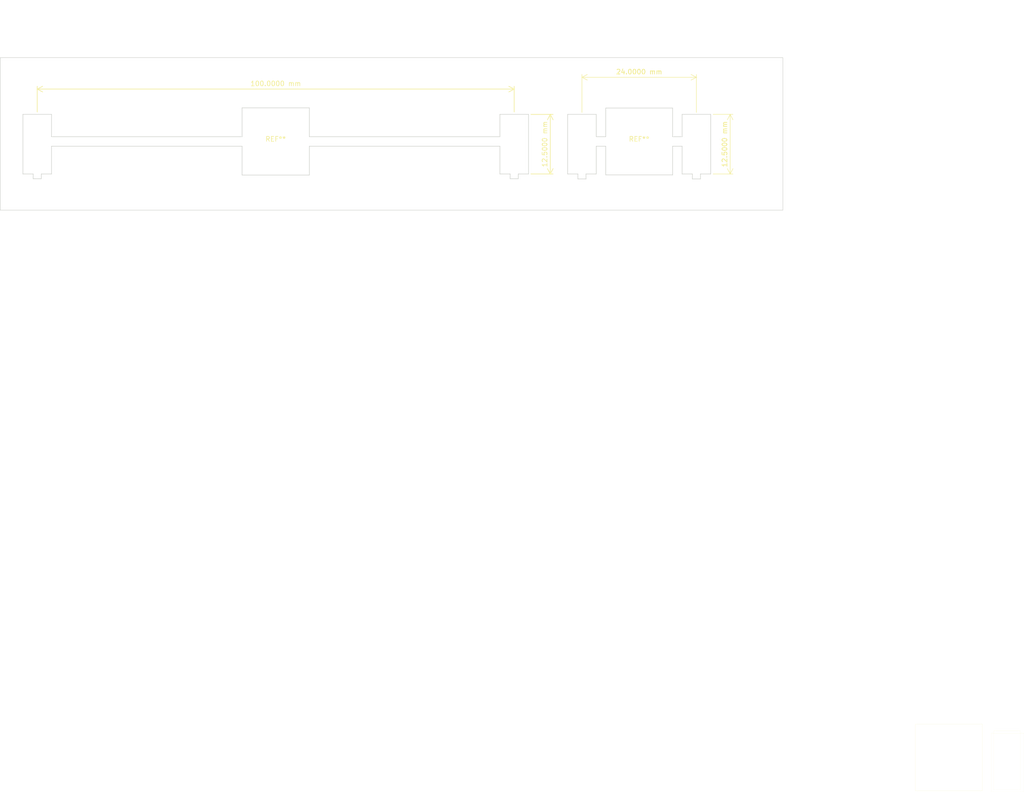
<source format=kicad_pcb>
(kicad_pcb (version 20221018) (generator pcbnew)
  (layers (0 "F.Cu" signal) (31 "B.Cu" signal) (34 "B.Paste" user) (35 "F.Paste" user) (36 "B.SilkS" user "B.Silkscreen") (37 "F.SilkS" user "F.Silkscreen") (38 "B.Mask" user) (39 "F.Mask" user) (44 "Edge.Cuts" user))
  (net 0 "")
  (footprint "JohnDeereLibrary:Gateron Low Profile Stabilizer Plate Cutout 6.25u" (layer "F.Cu") (at 65.88125 77.7875)
    (fp_text reference "REF**" (at 0 -0.5 unlocked) (layer "F.SilkS"))
    (fp_text value "Gateron Low Profile Stabilizer Plate Cutout 6.25u")
    (fp_line (start -53 -5.6795) (end -47 -5.6795) (stroke (width 0.12)) (layer "Edge.Cuts"))
    (fp_line (start -53 6.8205) (end -53 -5.6795) (stroke (width 0.12)) (layer "Edge.Cuts"))
    (fp_line (start -53 6.8205) (end -50.85 6.8205) (stroke (width 0.12)) (layer "Edge.Cuts"))
    (fp_line (start -50.85 7.82) (end -50.85 6.8205) (stroke (width 0.12)) (layer "Edge.Cuts"))
    (fp_line (start -50.85 7.82) (end -49.15 7.82) (stroke (width 0.12)) (layer "Edge.Cuts"))
    (fp_line (start -49.15 6.8205) (end -47 6.8205) (stroke (width 0.12)) (layer "Edge.Cuts"))
    (fp_line (start -49.15 7.82) (end -49.15 6.8205) (stroke (width 0.12)) (layer "Edge.Cuts"))
    (fp_line (start -47 -5.6795) (end -47 -1) (stroke (width 0.12)) (layer "Edge.Cuts"))
    (fp_line (start -47 1) (end -47 6.8205) (stroke (width 0.12)) (layer "Edge.Cuts"))
    (fp_line (start -47 1) (end -7.05 1) (stroke (width 0.12)) (layer "Edge.Cuts"))
    (fp_line (start -7.05 -7.05) (end -7.05 -1) (stroke (width 0.12)) (layer "Edge.Cuts"))
    (fp_line (start -7.05 -1) (end -47 -1) (stroke (width 0.12)) (layer "Edge.Cuts"))
    (fp_line (start -7.05 1) (end -7.05 7.05) (stroke (width 0.12)) (layer "Edge.Cuts"))
    (fp_line (start -7.05 7.05) (end 7.05 7.05) (stroke (width 0.12)) (layer "Edge.Cuts"))
    (fp_line (start 7.05 -7.05) (end -7.05 -7.05) (stroke (width 0.12)) (layer "Edge.Cuts"))
    (fp_line (start 7.05 -7.05) (end 7.05 -1) (stroke (width 0.12)) (layer "Edge.Cuts"))
    (fp_line (start 7.05 -1) (end 47 -1) (stroke (width 0.12)) (layer "Edge.Cuts"))
    (fp_line (start 7.05 7.05) (end 7.05 1) (stroke (width 0.12)) (layer "Edge.Cuts"))
    (fp_line (start 47 -5.6795) (end 47 -1) (stroke (width 0.12)) (layer "Edge.Cuts"))
    (fp_line (start 47 1) (end 7.05 1) (stroke (width 0.12)) (layer "Edge.Cuts"))
    (fp_line (start 47 1) (end 47 6.8205) (stroke (width 0.12)) (layer "Edge.Cuts"))
    (fp_line (start 49.15 6.8205) (end 47 6.8205) (stroke (width 0.12)) (layer "Edge.Cuts"))
    (fp_line (start 49.15 7.82) (end 49.15 6.8205) (stroke (width 0.12)) (layer "Edge.Cuts"))
    (fp_line (start 50.85 7.82) (end 49.15 7.82) (stroke (width 0.12)) (layer "Edge.Cuts"))
    (fp_line (start 50.85 7.82) (end 50.85 6.8205) (stroke (width 0.12)) (layer "Edge.Cuts"))
    (fp_line (start 53 -5.6795) (end 47 -5.6795) (stroke (width 0.12)) (layer "Edge.Cuts"))
    (fp_line (start 53 6.8205) (end 50.85 6.8205) (stroke (width 0.12)) (layer "Edge.Cuts"))
    (fp_line (start 53 6.8205) (end 53 -5.6795) (stroke (width 0.12)) (layer "Edge.Cuts"))
  )
  (footprint "JohnDeereLibrary:Gateron Low Profile Stabilizer Plate Cutout" (layer "F.Cu") (at 142.08125 77.7875)
    (fp_text reference "REF**" (at 0 -0.5 unlocked) (layer "F.SilkS"))
    (fp_text value "Gateron Low Profile Stabilizer Plate Cutout")
    (fp_line (start -15 -5.6795) (end -9 -5.6795) (stroke (width 0.12)) (layer "Edge.Cuts"))
    (fp_line (start -15 6.8205) (end -15 -5.6795) (stroke (width 0.12)) (layer "Edge.Cuts"))
    (fp_line (start -15 6.8205) (end -12.85 6.8205) (stroke (width 0.12)) (layer "Edge.Cuts"))
    (fp_line (start -12.85 7.86) (end -12.85 6.8205) (stroke (width 0.12)) (layer "Edge.Cuts"))
    (fp_line (start -12.85 7.86) (end -11.15 7.86) (stroke (width 0.12)) (layer "Edge.Cuts"))
    (fp_line (start -11.15 6.8205) (end -9 6.8205) (stroke (width 0.12)) (layer "Edge.Cuts"))
    (fp_line (start -11.15 7.86) (end -11.15 6.8205) (stroke (width 0.12)) (layer "Edge.Cuts"))
    (fp_line (start -9 -5.6795) (end -9 -1) (stroke (width 0.12)) (layer "Edge.Cuts"))
    (fp_line (start -9 1) (end -9 6.8205) (stroke (width 0.12)) (layer "Edge.Cuts"))
    (fp_line (start -9 1) (end -7.01 1) (stroke (width 0.12)) (layer "Edge.Cuts"))
    (fp_line (start -7.01 -7.01) (end -7.01 -1) (stroke (width 0.12)) (layer "Edge.Cuts"))
    (fp_line (start -7.01 -1) (end -9 -1) (stroke (width 0.12)) (layer "Edge.Cuts"))
    (fp_line (start -7.01 1) (end -7.01 7.01) (stroke (width 0.12)) (layer "Edge.Cuts"))
    (fp_line (start -7.01 7.01) (end 7.01 7.01) (stroke (width 0.12)) (layer "Edge.Cuts"))
    (fp_line (start 7.01 -7.01) (end -7.01 -7.01) (stroke (width 0.12)) (layer "Edge.Cuts"))
    (fp_line (start 7.01 -1) (end 7.01 -7.01) (stroke (width 0.12)) (layer "Edge.Cuts"))
    (fp_line (start 7.01 -1) (end 9 -1) (stroke (width 0.12)) (layer "Edge.Cuts"))
    (fp_line (start 7.01 7.01) (end 7.01 1) (stroke (width 0.12)) (layer "Edge.Cuts"))
    (fp_line (start 9 -5.6795) (end 9 -1) (stroke (width 0.12)) (layer "Edge.Cuts"))
    (fp_line (start 9 1) (end 7.01 1) (stroke (width 0.12)) (layer "Edge.Cuts"))
    (fp_line (start 9 1) (end 9 6.8205) (stroke (width 0.12)) (layer "Edge.Cuts"))
    (fp_line (start 11.15 6.8205) (end 9 6.8205) (stroke (width 0.12)) (layer "Edge.Cuts"))
    (fp_line (start 11.15 7.86) (end 11.15 6.8205) (stroke (width 0.12)) (layer "Edge.Cuts"))
    (fp_line (start 12.85 7.86) (end 11.15 7.86) (stroke (width 0.12)) (layer "Edge.Cuts"))
    (fp_line (start 12.85 7.86) (end 12.85 6.8205) (stroke (width 0.12)) (layer "Edge.Cuts"))
    (fp_line (start 15 -5.6795) (end 9 -5.6795) (stroke (width 0.12)) (layer "Edge.Cuts"))
    (fp_line (start 15 6.8205) (end 12.85 6.8205) (stroke (width 0.12)) (layer "Edge.Cuts"))
    (fp_line (start 15 6.8205) (end 15 -5.6795) (stroke (width 0.12)) (layer "Edge.Cuts"))
    (dimension (type aligned) (layer "F.SilkS") (pts (xy 154.08125 72.2075) (xy 130.08125 72.2075)) (height 7.881999) (gr_text "24.0000 mm" (at 142.08125 63.175501) (layer "F.SilkS") (effects (font (size 1 1) (thickness 0.15)))) (format (prefix "") (suffix "") (units 3) (units_format 1) (precision 4)) (style (thickness 0.12) (arrow_length 1.27) (text_position_mode 0) (extension_height 0.58642) (extension_offset 0.5) keep_text_aligned))
    (dimension (type aligned) (layer "F.SilkS") (pts (xy 157.08125 84.608) (xy 157.08125 72.108)) (height 4.0754) (gr_text "12.5000 mm" (at 160.00665 78.358 90) (layer "F.SilkS") (effects (font (size 1 1) (thickness 0.15)))) (format (prefix "") (suffix "") (units 3) (units_format 1) (precision 4)) (style (thickness 0.12) (arrow_length 1.27) (text_position_mode 0) (extension_height 0.58642) (extension_offset 0.5) keep_text_aligned))
  )
  (gr_rect (start 200.01 200.01) (end 214.01 214.01) (stroke (width 0.01)) (fill none) (layer "F.SilkS"))
  (gr_rect (start 215.91583 201.89583) (end 222.758 214.231) (stroke (width 0.01)) (fill none) (layer "F.SilkS"))
  (gr_rect (start 216.408 201.42) (end 221.996 213.82) (stroke (width 0.01)) (fill none) (layer "F.SilkS"))
  (gr_rect (start 200 200) (end 214.02 214.02) (stroke (width 0.01)) (fill none) (layer "F.SilkS"))
  (gr_rect (start 8.128 60.198) (end 172.212 92.202) (stroke (width 0.1)) (fill none) (layer "Edge.Cuts"))
  (dimension (type aligned) (layer "F.SilkS") (pts (xy 118.88125 84.608) (xy 118.88125 72.108)) (height 4.56275) (gr_text "12.5000 mm" (at 122.294 78.358 90) (layer "F.SilkS") (effects (font (size 1 1) (thickness 0.15)))) (format (prefix "") (suffix "") (units 3) (units_format 1) (precision 4)) (style (thickness 0.15) (arrow_length 1.27) (text_position_mode 0) (extension_height 0.58642) (extension_offset 0.5) keep_text_aligned))
  (dimension (type aligned) (layer "F.SilkS") (pts (xy 115.88125 72.108) (xy 15.88125 72.108)) (height 5.306) (gr_text "100.0000 mm" (at 65.88125 65.652) (layer "F.SilkS") (effects (font (size 1 1) (thickness 0.15)))) (format (prefix "") (suffix "") (units 3) (units_format 1) (precision 4)) (style (thickness 0.15) (arrow_length 1.27) (text_position_mode 0) (extension_height 0.58642) (extension_offset 0.5) keep_text_aligned))
)
</source>
